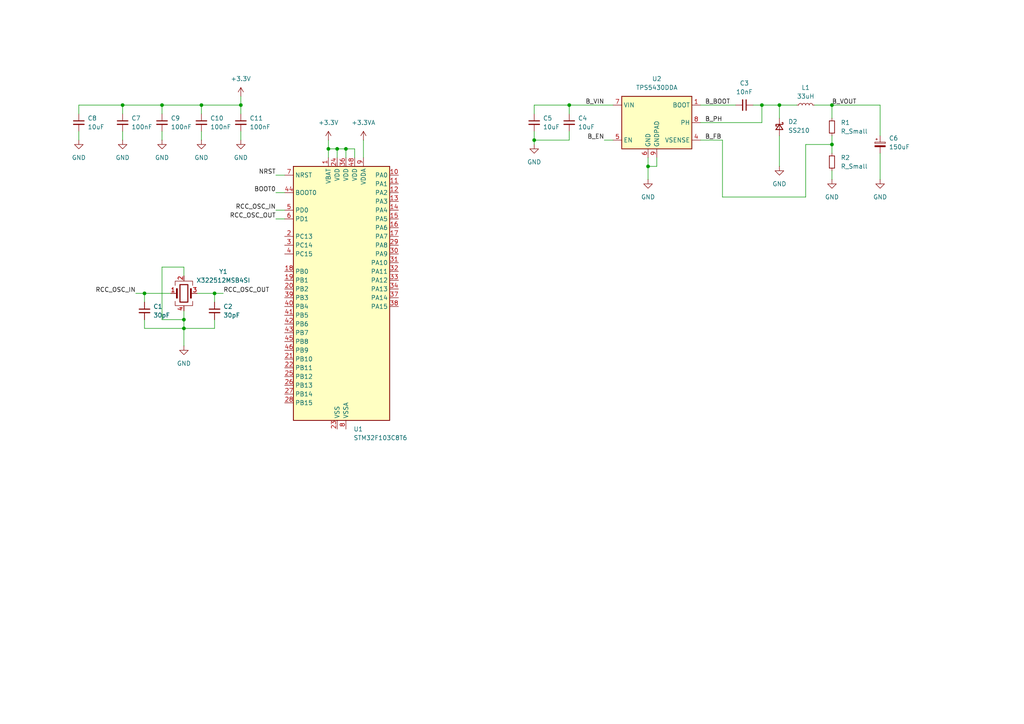
<source format=kicad_sch>
(kicad_sch (version 20231120) (generator "eeschema") (generator_version "8.0")
  (paper "A4")
  (lib_symbols
    (symbol "Device:C_Polarized_Small" (pin_numbers hide) (pin_names (offset 0.254) hide)
      (property "Reference" "C" (at 0.254 1.778 0))
      (property "Value" "C_Polarized_Small" (at 0.254 -2.032 0))
      (symbol "C_Polarized_Small_0_1"
        (rectangle (start -1.524 -0.3048) (end 1.524 -0.6858) (fill (type outline)))
        (rectangle (start -1.524 0.6858) (end 1.524 0.3048))
        (polyline (pts (xy -1.27 1.524) (xy -0.762 1.524)))
        (polyline (pts (xy -1.016 1.27) (xy -1.016 1.778)))
      )
      (symbol "C_Polarized_Small_1_1"
        (pin passive line (at 0 2.54 270) (length 1.8542) (name "~") (number "1"))
        (pin passive line (at 0 -2.54 90) (length 1.8542) (name "~") (number "2"))
      )
    )
    (symbol "Device:C_Small" (pin_numbers hide) (pin_names (offset 0.254) hide)
      (property "Reference" "C" (at 0.254 1.778 0))
      (property "Value" "C_Small" (at 0.254 -2.032 0))
      (symbol "C_Small_0_1"
        (polyline (pts (xy -1.524 -0.508) (xy 1.524 -0.508)) (stroke (width 0.3302)))
        (polyline (pts (xy -1.524 0.508) (xy 1.524 0.508)) (stroke (width 0.3048)))
      )
      (symbol "C_Small_1_1"
        (pin passive line (at 0 2.54 270) (length 2.032) (name "~") (number "1"))
        (pin passive line (at 0 -2.54 90) (length 2.032) (name "~") (number "2"))
      )
    )
    (symbol "Device:Crystal_GND24" (pin_names (offset 1.016) hide)
      (property "Reference" "Y" (at 3.175 5.08 0))
      (property "Value" "Crystal_GND24" (at 3.175 3.175 0))
      (symbol "Crystal_GND24_0_1"
        (rectangle (start -1.143 2.54) (end 1.143 -2.54) (stroke (width 0.3048)))
        (polyline (pts (xy -2.54 0) (xy -2.032 0)))
        (polyline (pts (xy -2.032 -1.27) (xy -2.032 1.27)) (stroke (width 0.508)))
        (polyline (pts (xy 0 -3.81) (xy 0 -3.556)))
        (polyline (pts (xy 0 3.556) (xy 0 3.81)))
        (polyline (pts (xy 2.032 -1.27) (xy 2.032 1.27)) (stroke (width 0.508)))
        (polyline (pts (xy 2.032 0) (xy 2.54 0)))
        (polyline (pts (xy -2.54 -2.286) (xy -2.54 -3.556) (xy 2.54 -3.556) (xy 2.54 -2.286)))
        (polyline (pts (xy -2.54 2.286) (xy -2.54 3.556) (xy 2.54 3.556) (xy 2.54 2.286)))
      )
      (symbol "Crystal_GND24_1_1"
        (pin passive line (at -3.81 0 0) (length 1.27) (name "1") (number "1"))
        (pin passive line (at 0 5.08 270) (length 1.27) (name "2") (number "2"))
        (pin passive line (at 3.81 0 180) (length 1.27) (name "3") (number "3"))
        (pin passive line (at 0 -5.08 90) (length 1.27) (name "4") (number "4"))
      )
    )
    (symbol "Device:D_Schottky_Small" (pin_numbers hide) (pin_names (offset 0.254) hide)
      (property "Reference" "D" (at -1.27 2.032 0))
      (property "Value" "D_Schottky_Small" (at -7.112 -2.032 0))
      (symbol "D_Schottky_Small_0_1"
        (polyline (pts (xy -0.762 0) (xy 0.762 0)))
        (polyline (pts (xy 0.762 -1.016) (xy -0.762 0) (xy 0.762 1.016) (xy 0.762 -1.016)) (stroke (width 0.254)))
        (polyline (pts (xy -1.27 0.762) (xy -1.27 1.016) (xy -0.762 1.016) (xy -0.762 -1.016) (xy -0.254 -1.016) (xy -0.254 -0.762)) (stroke (width 0.254)))
      )
      (symbol "D_Schottky_Small_1_1"
        (pin passive line (at -2.54 0 0) (length 1.778) (name "K") (number "1"))
        (pin passive line (at 2.54 0 180) (length 1.778) (name "A") (number "2"))
      )
    )
    (symbol "Device:L_Small" (pin_numbers hide) (pin_names (offset 0.254) hide)
      (property "Reference" "L" (at 0.762 1.016 0))
      (property "Value" "L_Small" (at 0.762 -1.016 0))
      (symbol "L_Small_0_1"
        (arc (start 0 -2.032) (mid 0.5058 -1.524) (end 0 -1.016))
        (arc (start 0 -1.016) (mid 0.5058 -0.508) (end 0 0))
        (arc (start 0 0) (mid 0.5058 0.508) (end 0 1.016))
        (arc (start 0 1.016) (mid 0.5058 1.524) (end 0 2.032))
      )
      (symbol "L_Small_1_1"
        (pin passive line (at 0 2.54 270) (length 0.508) (name "~") (number "1"))
        (pin passive line (at 0 -2.54 90) (length 0.508) (name "~") (number "2"))
      )
    )
    (symbol "Device:R_Small" (pin_numbers hide) (pin_names (offset 0.254) hide)
      (property "Reference" "R" (at 0.762 0.508 0))
      (property "Value" "R_Small" (at 0.762 -1.016 0))
      (symbol "R_Small_0_1"
        (rectangle (start -0.762 1.778) (end 0.762 -1.778) (stroke (width 0.2032)))
      )
      (symbol "R_Small_1_1"
        (pin passive line (at 0 2.54 270) (length 0.762) (name "~") (number "1"))
        (pin passive line (at 0 -2.54 90) (length 0.762) (name "~") (number "2"))
      )
    )
    (symbol "MCU_ST_STM32F1:STM32F103C8Tx"
      (property "Reference" "U" (at -12.7 39.37 0))
      (property "Value" "STM32F103C8Tx" (at 10.16 39.37 0))
      (symbol "STM32F103C8Tx_0_1"
        (rectangle (start -12.7 -35.56) (end 15.24 38.1) (stroke (width 0.254)) (fill (type background)))
      )
      (symbol "STM32F103C8Tx_1_1"
        (pin power_in line (at -2.54 40.64 270) (length 2.54) (name "VBAT") (number "1"))
        (pin bidirectional line (at 17.78 35.56 180) (length 2.54) (name "PA0") (number "10"))
        (pin bidirectional line (at 17.78 33.02 180) (length 2.54) (name "PA1") (number "11"))
        (pin bidirectional line (at 17.78 30.48 180) (length 2.54) (name "PA2") (number "12"))
        (pin bidirectional line (at 17.78 27.94 180) (length 2.54) (name "PA3") (number "13"))
        (pin bidirectional line (at 17.78 25.4 180) (length 2.54) (name "PA4") (number "14"))
        (pin bidirectional line (at 17.78 22.86 180) (length 2.54) (name "PA5") (number "15"))
        (pin bidirectional line (at 17.78 20.32 180) (length 2.54) (name "PA6") (number "16"))
        (pin bidirectional line (at 17.78 17.78 180) (length 2.54) (name "PA7") (number "17"))
        (pin bidirectional line (at -15.24 7.62 0) (length 2.54) (name "PB0") (number "18"))
        (pin bidirectional line (at -15.24 5.08 0) (length 2.54) (name "PB1") (number "19"))
        (pin bidirectional line (at -15.24 17.78 0) (length 2.54) (name "PC13") (number "2"))
        (pin bidirectional line (at -15.24 2.54 0) (length 2.54) (name "PB2") (number "20"))
        (pin bidirectional line (at -15.24 -17.78 0) (length 2.54) (name "PB10") (number "21"))
        (pin bidirectional line (at -15.24 -20.32 0) (length 2.54) (name "PB11") (number "22"))
        (pin power_in line (at 0 -38.1 90) (length 2.54) (name "VSS") (number "23"))
        (pin power_in line (at 0 40.64 270) (length 2.54) (name "VDD") (number "24"))
        (pin bidirectional line (at -15.24 -22.86 0) (length 2.54) (name "PB12") (number "25"))
        (pin bidirectional line (at -15.24 -25.4 0) (length 2.54) (name "PB13") (number "26"))
        (pin bidirectional line (at -15.24 -27.94 0) (length 2.54) (name "PB14") (number "27"))
        (pin bidirectional line (at -15.24 -30.48 0) (length 2.54) (name "PB15") (number "28"))
        (pin bidirectional line (at 17.78 15.24 180) (length 2.54) (name "PA8") (number "29"))
        (pin bidirectional line (at -15.24 15.24 0) (length 2.54) (name "PC14") (number "3"))
        (pin bidirectional line (at 17.78 12.7 180) (length 2.54) (name "PA9") (number "30"))
        (pin bidirectional line (at 17.78 10.16 180) (length 2.54) (name "PA10") (number "31"))
        (pin bidirectional line (at 17.78 7.62 180) (length 2.54) (name "PA11") (number "32"))
        (pin bidirectional line (at 17.78 5.08 180) (length 2.54) (name "PA12") (number "33"))
        (pin bidirectional line (at 17.78 2.54 180) (length 2.54) (name "PA13") (number "34"))
        (pin passive line (at 0 -38.1 90) (length 2.54) hide (name "VSS") (number "35"))
        (pin power_in line (at 2.54 40.64 270) (length 2.54) (name "VDD") (number "36"))
        (pin bidirectional line (at 17.78 0 180) (length 2.54) (name "PA14") (number "37"))
        (pin bidirectional line (at 17.78 -2.54 180) (length 2.54) (name "PA15") (number "38"))
        (pin bidirectional line (at -15.24 0 0) (length 2.54) (name "PB3") (number "39"))
        (pin bidirectional line (at -15.24 12.7 0) (length 2.54) (name "PC15") (number "4"))
        (pin bidirectional line (at -15.24 -2.54 0) (length 2.54) (name "PB4") (number "40"))
        (pin bidirectional line (at -15.24 -5.08 0) (length 2.54) (name "PB5") (number "41"))
        (pin bidirectional line (at -15.24 -7.62 0) (length 2.54) (name "PB6") (number "42"))
        (pin bidirectional line (at -15.24 -10.16 0) (length 2.54) (name "PB7") (number "43"))
        (pin input line (at -15.24 30.48 0) (length 2.54) (name "BOOT0") (number "44"))
        (pin bidirectional line (at -15.24 -12.7 0) (length 2.54) (name "PB8") (number "45"))
        (pin bidirectional line (at -15.24 -15.24 0) (length 2.54) (name "PB9") (number "46"))
        (pin passive line (at 0 -38.1 90) (length 2.54) hide (name "VSS") (number "47"))
        (pin power_in line (at 5.08 40.64 270) (length 2.54) (name "VDD") (number "48"))
        (pin bidirectional line (at -15.24 25.4 0) (length 2.54) (name "PD0") (number "5"))
        (pin bidirectional line (at -15.24 22.86 0) (length 2.54) (name "PD1") (number "6"))
        (pin input line (at -15.24 35.56 0) (length 2.54) (name "NRST") (number "7"))
        (pin power_in line (at 2.54 -38.1 90) (length 2.54) (name "VSSA") (number "8"))
        (pin power_in line (at 7.62 40.64 270) (length 2.54) (name "VDDA") (number "9"))
      )
    )
    (symbol "Regulator_Switching:TPS5430DDA"
      (property "Reference" "U" (at -10.16 8.89 0))
      (property "Value" "TPS5430DDA" (at -1.27 8.89 0))
      (symbol "TPS5430DDA_0_1"
        (rectangle (start -10.16 7.62) (end 10.16 -7.62) (stroke (width 0.254)) (fill (type background)))
      )
      (symbol "TPS5430DDA_1_1"
        (pin input line (at 12.7 5.08 180) (length 2.54) (name "BOOT") (number "1"))
        (pin no_connect line (at -10.16 2.54 0) (length 2.54) hide (name "NC") (number "2"))
        (pin no_connect line (at -10.16 -2.54 0) (length 2.54) hide (name "NC") (number "3"))
        (pin input line (at 12.7 -5.08 180) (length 2.54) (name "VSENSE") (number "4"))
        (pin input line (at -12.7 -5.08 0) (length 2.54) (name "EN") (number "5"))
        (pin power_in line (at -2.54 -10.16 90) (length 2.54) (name "GND") (number "6"))
        (pin power_in line (at -12.7 5.08 0) (length 2.54) (name "VIN") (number "7"))
        (pin output line (at 12.7 0 180) (length 2.54) (name "PH") (number "8"))
        (pin power_in line (at 0 -10.16 90) (length 2.54) (name "GNDPAD") (number "9"))
      )
    )
    (symbol "power:+3.3V" (power) (pin_numbers hide) (pin_names (offset 0) hide)
      (property "Value" "+3.3V" (at 0 3.556 0))
      (symbol "+3.3V_0_1"
        (polyline (pts (xy -0.762 1.27) (xy 0 2.54)))
        (polyline (pts (xy 0 0) (xy 0 2.54)))
        (polyline (pts (xy 0 2.54) (xy 0.762 1.27)))
      )
      (symbol "+3.3V_1_1"
        (pin power_in line (at 0 0 90) (length 0) (name "~") (number "1"))
      )
    )
    (symbol "power:+3.3VA" (power) (pin_numbers hide) (pin_names (offset 0) hide)
      (property "Value" "+3.3VA" (at 0 3.556 0))
      (symbol "+3.3VA_0_1"
        (polyline (pts (xy -0.762 1.27) (xy 0 2.54)))
        (polyline (pts (xy 0 0) (xy 0 2.54)))
        (polyline (pts (xy 0 2.54) (xy 0.762 1.27)))
      )
      (symbol "+3.3VA_1_1"
        (pin power_in line (at 0 0 90) (length 0) (name "~") (number "1"))
      )
    )
    (symbol "power:GND" (power) (pin_numbers hide) (pin_names (offset 0) hide)
      (property "Value" "GND" (at 0 -3.81 0))
      (symbol "GND_0_1"
        (polyline (pts (xy 0 0) (xy 0 -1.27) (xy 1.27 -1.27) (xy 0 -2.54) (xy -1.27 -1.27) (xy 0 -1.27)))
      )
      (symbol "GND_1_1"
        (pin power_in line (at 0 0 270) (length 0) (name "~") (number "1"))
      )
    )
  )
  (junction (at 241.3 30.48))
  (junction (at 97.79 43.18))
  (junction (at 187.96 48.26))
  (junction (at 62.23 85.09))
  (junction (at 226.06 30.48))
  (junction (at 46.99 30.48))
  (junction (at 53.34 92.71))
  (junction (at 220.98 30.48))
  (junction (at 58.42 30.48))
  (junction (at 41.91 85.09))
  (junction (at 165.1 30.48))
  (junction (at 69.85 30.48))
  (junction (at 95.25 43.18))
  (junction (at 100.33 43.18))
  (junction (at 35.56 30.48))
  (junction (at 154.94 40.64))
  (junction (at 241.3 41.91))
  (junction (at 53.34 95.25))
  (wire (pts (xy 241.3 39.37) (xy 241.3 41.91)))
  (wire (pts (xy 203.2 35.56) (xy 220.98 35.56)))
  (wire (pts (xy 105.41 40.64) (xy 105.41 45.72)))
  (wire (pts (xy 233.68 41.91) (xy 233.68 57.15)))
  (wire (pts (xy 233.68 57.15) (xy 209.55 57.15)))
  (wire (pts (xy 187.96 45.72) (xy 187.96 48.26)))
  (wire (pts (xy 165.1 30.48) (xy 177.8 30.48)))
  (wire (pts (xy 241.3 30.48) (xy 241.3 34.29)))
  (wire (pts (xy 95.25 40.64) (xy 95.25 43.18)))
  (wire (pts (xy 80.01 60.96) (xy 82.55 60.96)))
  (wire (pts (xy 53.34 77.47) (xy 53.34 80.01)))
  (wire (pts (xy 41.91 87.63) (xy 41.91 85.09)))
  (wire (pts (xy 53.34 92.71) (xy 46.99 92.71)))
  (wire (pts (xy 209.55 40.64) (xy 203.2 40.64)))
  (wire (pts (xy 190.5 45.72) (xy 190.5 48.26)))
  (wire (pts (xy 58.42 30.48) (xy 58.42 33.02)))
  (wire (pts (xy 100.33 43.18) (xy 100.33 45.72)))
  (wire (pts (xy 62.23 92.71) (xy 62.23 95.25)))
  (wire (pts (xy 209.55 57.15) (xy 209.55 40.64)))
  (wire (pts (xy 53.34 95.25) (xy 41.91 95.25)))
  (wire (pts (xy 53.34 92.71) (xy 53.34 95.25)))
  (wire (pts (xy 80.01 63.5) (xy 82.55 63.5)))
  (wire (pts (xy 218.44 30.48) (xy 220.98 30.48)))
  (wire (pts (xy 255.27 30.48) (xy 241.3 30.48)))
  (wire (pts (xy 100.33 43.18) (xy 102.87 43.18)))
  (wire (pts (xy 69.85 38.1) (xy 69.85 40.64)))
  (wire (pts (xy 226.06 39.37) (xy 226.06 48.26)))
  (wire (pts (xy 53.34 90.17) (xy 53.34 92.71)))
  (wire (pts (xy 46.99 77.47) (xy 46.99 92.71)))
  (wire (pts (xy 69.85 27.94) (xy 69.85 30.48)))
  (wire (pts (xy 220.98 30.48) (xy 226.06 30.48)))
  (wire (pts (xy 255.27 39.37) (xy 255.27 30.48)))
  (wire (pts (xy 62.23 95.25) (xy 53.34 95.25)))
  (wire (pts (xy 35.56 30.48) (xy 35.56 33.02)))
  (wire (pts (xy 46.99 30.48) (xy 35.56 30.48)))
  (wire (pts (xy 64.77 85.09) (xy 62.23 85.09)))
  (wire (pts (xy 241.3 41.91) (xy 241.3 44.45)))
  (wire (pts (xy 154.94 40.64) (xy 154.94 41.91)))
  (wire (pts (xy 95.25 43.18) (xy 97.79 43.18)))
  (wire (pts (xy 97.79 43.18) (xy 100.33 43.18)))
  (wire (pts (xy 80.01 55.88) (xy 82.55 55.88)))
  (wire (pts (xy 255.27 44.45) (xy 255.27 52.07)))
  (wire (pts (xy 97.79 43.18) (xy 97.79 45.72)))
  (wire (pts (xy 69.85 30.48) (xy 69.85 33.02)))
  (wire (pts (xy 102.87 43.18) (xy 102.87 45.72)))
  (wire (pts (xy 57.15 85.09) (xy 62.23 85.09)))
  (wire (pts (xy 175.26 40.64) (xy 177.8 40.64)))
  (wire (pts (xy 39.37 85.09) (xy 41.91 85.09)))
  (wire (pts (xy 241.3 49.53) (xy 241.3 52.07)))
  (wire (pts (xy 154.94 40.64) (xy 165.1 40.64)))
  (wire (pts (xy 35.56 30.48) (xy 22.86 30.48)))
  (wire (pts (xy 241.3 41.91) (xy 233.68 41.91)))
  (wire (pts (xy 46.99 30.48) (xy 46.99 33.02)))
  (wire (pts (xy 22.86 38.1) (xy 22.86 40.64)))
  (wire (pts (xy 226.06 30.48) (xy 226.06 34.29)))
  (wire (pts (xy 187.96 48.26) (xy 187.96 52.07)))
  (wire (pts (xy 154.94 38.1) (xy 154.94 40.64)))
  (wire (pts (xy 41.91 95.25) (xy 41.91 92.71)))
  (wire (pts (xy 46.99 38.1) (xy 46.99 40.64)))
  (wire (pts (xy 165.1 40.64) (xy 165.1 38.1)))
  (wire (pts (xy 22.86 30.48) (xy 22.86 33.02)))
  (wire (pts (xy 236.22 30.48) (xy 241.3 30.48)))
  (wire (pts (xy 154.94 30.48) (xy 165.1 30.48)))
  (wire (pts (xy 62.23 85.09) (xy 62.23 87.63)))
  (wire (pts (xy 53.34 95.25) (xy 53.34 100.33)))
  (wire (pts (xy 58.42 38.1) (xy 58.42 40.64)))
  (wire (pts (xy 226.06 30.48) (xy 231.14 30.48)))
  (wire (pts (xy 95.25 43.18) (xy 95.25 45.72)))
  (wire (pts (xy 154.94 33.02) (xy 154.94 30.48)))
  (wire (pts (xy 46.99 77.47) (xy 53.34 77.47)))
  (wire (pts (xy 165.1 30.48) (xy 165.1 33.02)))
  (wire (pts (xy 69.85 30.48) (xy 58.42 30.48)))
  (wire (pts (xy 80.01 50.8) (xy 82.55 50.8)))
  (wire (pts (xy 220.98 30.48) (xy 220.98 35.56)))
  (wire (pts (xy 41.91 85.09) (xy 49.53 85.09)))
  (wire (pts (xy 190.5 48.26) (xy 187.96 48.26)))
  (wire (pts (xy 203.2 30.48) (xy 213.36 30.48)))
  (wire (pts (xy 58.42 30.48) (xy 46.99 30.48)))
  (wire (pts (xy 35.56 38.1) (xy 35.56 40.64)))
  (label "B_EN" (at 175.26 40.64 180))
  (label "RCC_OSC_IN" (at 39.37 85.09 180))
  (label "B_PH" (at 204.47 35.56 0))
  (label "B_BOOT" (at 204.47 30.48 0))
  (label "BOOT0" (at 80.01 55.88 180))
  (label "B_VIN" (at 175.26 30.48 180))
  (label "RCC_OSC_IN" (at 80.01 60.96 180))
  (label "B_FB" (at 204.47 40.64 0))
  (label "RCC_OSC_OUT" (at 80.01 63.5 180))
  (label "RCC_OSC_OUT" (at 64.77 85.09 0))
  (label "NRST" (at 80.01 50.8 180))
  (label "B_VOUT" (at 241.3 30.48 0))
  (symbol (lib_id "power:GND") (at 58.42 40.64 0) (unit 1)
    (property "Reference" "#PWR011" (effects (hide yes)))
    (property "Value" "GND" (at 58.42 45.72 0))
    (property "Description" "Power symbol creates a global label with name \"GND\" , ground" (effects (hide yes)))
  )
  (symbol (lib_id "Device:C_Small") (at 69.85 35.56 0) (unit 1)
    (property "Reference" "C11" (at 72.39 34.2962 0) (effects (justify left)))
    (property "Value" "100nF" (at 72.39 36.8362 0) (effects (justify left)))
    (property "Footprint" "Capacitor_SMD:C_0402_1005Metric" (effects (hide yes)))
    (property "Datasheet" "https://jlcpcb.com/api/file/downloadByFileSystemAccessId/8579707269996871680" (effects (hide yes)))
    (property "Description" "16V 100nF X7R ±10% 0402" (effects (hide yes)))
    (property "LCSC" "C1525" (effects (hide yes)))
  )
  (symbol (lib_id "Device:C_Small") (at 215.9 30.48 270) (unit 1)
    (property "Reference" "C3" (at 215.8936 24.13 90))
    (property "Value" "10nF" (at 215.8936 26.67 90))
    (property "Description" "Unpolarized capacitor, small symbol" (effects (hide yes)))
  )
  (symbol (lib_id "Device:L_Small") (at 233.68 30.48 90) (unit 1)
    (property "Reference" "L1" (at 233.68 25.4 90))
    (property "Value" "33uH" (at 233.68 27.94 90))
    (property "Footprint" "Inductor_SMD:L_12x12mm_H8mm" (effects (hide yes)))
    (property "Description" "Inductor, small symbol" (effects (hide yes)))
    (property "LCSC" "C2929502" (effects (hide yes)))
  )
  (symbol (lib_id "Device:C_Small") (at 22.86 35.56 0) (unit 1)
    (property "Reference" "C8" (at 25.4 34.2962 0) (effects (justify left)))
    (property "Value" "10uF" (at 25.4 36.8362 0) (effects (justify left)))
    (property "Footprint" "Capacitor_SMD:C_0603_1608Metric" (effects (hide yes)))
    (property "Datasheet" "https://jlcpcb.com/api/file/downloadByFileSystemAccessId/8579707107920437248" (effects (hide yes)))
    (property "Description" "10V 10uF X5R ±10% 0603" (effects (hide yes)))
    (property "LCSC" "C19702" (effects (hide yes)))
  )
  (symbol (lib_id "power:GND") (at 226.06 48.26 0) (unit 1)
    (property "Reference" "#PWR04" (effects (hide yes)))
    (property "Value" "GND" (at 226.06 53.34 0))
    (property "Description" "Power symbol creates a global label with name \"GND\" , ground" (effects (hide yes)))
  )
  (symbol (lib_id "power:GND") (at 46.99 40.64 0) (unit 1)
    (property "Reference" "#PWR012" (effects (hide yes)))
    (property "Value" "GND" (at 46.99 45.72 0))
    (property "Description" "Power symbol creates a global label with name \"GND\" , ground" (effects (hide yes)))
  )
  (symbol (lib_id "power:GND") (at 154.94 41.91 0) (unit 1)
    (property "Reference" "#PWR06" (effects (hide yes)))
    (property "Value" "GND" (at 154.94 46.99 0))
    (property "Description" "Power symbol creates a global label with name \"GND\" , ground" (effects (hide yes)))
  )
  (symbol (lib_id "Device:C_Small") (at 154.94 35.56 0) (unit 1)
    (property "Reference" "C5" (at 157.48 34.2962 0) (effects (justify left)))
    (property "Value" "10uF" (at 157.48 36.8362 0) (effects (justify left)))
    (property "Description" "Unpolarized capacitor, small symbol" (effects (hide yes)))
  )
  (symbol (lib_id "Device:C_Small") (at 62.23 90.17 0) (unit 1)
    (property "Reference" "C2" (at 64.77 88.9062 0) (effects (justify left)))
    (property "Value" "30pF" (at 64.77 91.4462 0) (effects (justify left)))
    (property "Footprint" "Capacitor_SMD:C_0603_1608Metric" (effects (hide yes)))
    (property "Datasheet" "https://jlcpcb.com/api/file/downloadByFileSystemAccessId/8588905516122705920" (effects (hide yes)))
    (property "Description" "0603CG300J500NT" (effects (hide yes)))
    (property "LCSC" "C1658" (effects (hide yes)))
  )
  (symbol (lib_id "power:GND") (at 241.3 52.07 0) (unit 1)
    (property "Reference" "#PWR03" (effects (hide yes)))
    (property "Value" "GND" (at 241.3 57.15 0))
    (property "Description" "Power symbol creates a global label with name \"GND\" , ground" (effects (hide yes)))
  )
  (symbol (lib_id "power:+3.3V") (at 69.85 27.94 0) (unit 1)
    (property "Reference" "#PWR09" (effects (hide yes)))
    (property "Value" "+3.3V" (at 69.85 22.86 0))
    (property "Description" "Power symbol creates a global label with name \"+3.3V\"" (effects (hide yes)))
  )
  (symbol (lib_id "MCU_ST_STM32F1:STM32F103C8Tx") (at 97.79 86.36 0) (unit 1)
    (property "Reference" "U1" (at 102.5241 124.46 0) (effects (justify left)))
    (property "Value" "STM32F103C8T6" (at 102.5241 127 0) (effects (justify left)))
    (property "Footprint" "Package_QFP:LQFP-48_7x7mm_P0.5mm" (effects (hide yes)))
    (property "Datasheet" "https://www.st.com/resource/en/datasheet/stm32f103c8.pdf" (effects (hide yes)))
    (property "Description" "STMicroelectronics Arm Cortex-M3 MCU, 64KB flash, 20KB RAM, 72 MHz, 2.0-3.6V, 37 GPIO, LQFP48" (effects (hide yes)))
    (property "LCSC" "C8734" (effects (hide yes)))
  )
  (symbol (lib_id "power:+3.3VA") (at 105.41 40.64 0) (unit 1)
    (property "Reference" "#PWR08" (effects (hide yes)))
    (property "Value" "+3.3VA" (at 105.41 35.56 0))
    (property "Description" "Power symbol creates a global label with name \"+3.3VA\"" (effects (hide yes)))
  )
  (symbol (lib_id "Regulator_Switching:TPS5430DDA") (at 190.5 35.56 0) (unit 1)
    (property "Reference" "U2" (at 190.5 22.86 0))
    (property "Value" "TPS5430DDA" (at 190.5 25.4 0))
    (property "Footprint" "Package_SO:TI_SO-PowerPAD-8_ThermalVias" (effects (hide yes)))
    (property "Datasheet" "http://www.ti.com/lit/ds/symlink/tps5430.pdf" (effects (hide yes)))
    (property "Description" "3A, Step Down Swift Converter, Adjustable Output Voltage, 5.5-36V Input Voltage, PowerSO-8" (effects (hide yes)))
    (property "LCSC" "C9864" (effects (hide yes)))
  )
  (symbol (lib_id "power:GND") (at 187.96 52.07 0) (unit 1)
    (property "Reference" "#PWR02" (effects (hide yes)))
    (property "Value" "GND" (at 187.96 57.15 0))
    (property "Description" "Power symbol creates a global label with name \"GND\" , ground" (effects (hide yes)))
  )
  (symbol (lib_id "power:+3.3V") (at 95.25 40.64 0) (unit 1)
    (property "Reference" "#PWR07" (effects (hide yes)))
    (property "Value" "+3.3V" (at 95.25 35.56 0))
    (property "Description" "Power symbol creates a global label with name \"+3.3V\"" (effects (hide yes)))
  )
  (symbol (lib_id "Device:Crystal_GND24") (at 53.34 85.09 0) (unit 1)
    (property "Reference" "Y1" (at 64.77 78.7714 0))
    (property "Value" "X322512MSB4SI" (at 64.77 81.3114 0))
    (property "Footprint" "Crystal:Crystal_SMD_3225-4Pin_3.2x2.5mm" (effects (hide yes)))
    (property "Datasheet" "https://jlcpcb.com/api/file/downloadByFileSystemAccessId/8588879072109322240" (effects (hide yes)))
    (property "Description" "12 MHz crystal oscillator" (effects (hide yes)))
    (property "LCSC" " C9002" (effects (hide yes)))
  )
  (symbol (lib_id "Device:C_Small") (at 46.99 35.56 0) (unit 1)
    (property "Reference" "C9" (at 49.53 34.2962 0) (effects (justify left)))
    (property "Value" "100nF" (at 49.53 36.8362 0) (effects (justify left)))
    (property "Footprint" "Capacitor_SMD:C_0402_1005Metric" (effects (hide yes)))
    (property "Datasheet" "https://jlcpcb.com/api/file/downloadByFileSystemAccessId/8579707269996871680" (effects (hide yes)))
    (property "Description" "16V 100nF X7R ±10% 0402" (effects (hide yes)))
    (property "LCSC" "C1525" (effects (hide yes)))
  )
  (symbol (lib_id "Device:C_Small") (at 58.42 35.56 0) (unit 1)
    (property "Reference" "C10" (at 60.96 34.2962 0) (effects (justify left)))
    (property "Value" "100nF" (at 60.96 36.8362 0) (effects (justify left)))
    (property "Footprint" "Capacitor_SMD:C_0402_1005Metric" (effects (hide yes)))
    (property "Datasheet" "https://jlcpcb.com/api/file/downloadByFileSystemAccessId/8579707269996871680" (effects (hide yes)))
    (property "Description" "16V 100nF X7R ±10% 0402" (effects (hide yes)))
    (property "LCSC" "C1525" (effects (hide yes)))
  )
  (symbol (lib_id "power:GND") (at 22.86 40.64 0) (unit 1)
    (property "Reference" "#PWR014" (effects (hide yes)))
    (property "Value" "GND" (at 22.86 45.72 0))
    (property "Description" "Power symbol creates a global label with name \"GND\" , ground" (effects (hide yes)))
  )
  (symbol (lib_id "power:GND") (at 255.27 52.07 0) (unit 1)
    (property "Reference" "#PWR05" (effects (hide yes)))
    (property "Value" "GND" (at 255.27 57.15 0))
    (property "Description" "Power symbol creates a global label with name \"GND\" , ground" (effects (hide yes)))
  )
  (symbol (lib_id "Device:C_Polarized_Small") (at 255.27 41.91 0) (unit 1)
    (property "Reference" "C6" (at 257.81 40.0938 0) (effects (justify left)))
    (property "Value" "150uF" (at 257.81 42.6338 0) (effects (justify left)))
    (property "Description" "Polarized capacitor, small symbol" (effects (hide yes)))
  )
  (symbol (lib_id "Device:C_Small") (at 41.91 90.17 0) (unit 1)
    (property "Reference" "C1" (at 44.45 88.9062 0) (effects (justify left)))
    (property "Value" "30pF" (at 44.45 91.4462 0) (effects (justify left)))
    (property "Footprint" "Capacitor_SMD:C_0603_1608Metric" (effects (hide yes)))
    (property "Datasheet" "https://jlcpcb.com/api/file/downloadByFileSystemAccessId/8588905516122705920" (effects (hide yes)))
    (property "Description" "0603CG300J500NT" (effects (hide yes)))
    (property "LCSC" "C1658" (effects (hide yes)))
  )
  (symbol (lib_id "power:GND") (at 53.34 100.33 0) (unit 1)
    (property "Reference" "#PWR01" (effects (hide yes)))
    (property "Value" "GND" (at 53.34 105.41 0))
    (property "Description" "Power symbol creates a global label with name \"GND\" , ground" (effects (hide yes)))
  )
  (symbol (lib_id "power:GND") (at 35.56 40.64 0) (unit 1)
    (property "Reference" "#PWR013" (effects (hide yes)))
    (property "Value" "GND" (at 35.56 45.72 0))
    (property "Description" "Power symbol creates a global label with name \"GND\" , ground" (effects (hide yes)))
  )
  (symbol (lib_id "Device:C_Small") (at 35.56 35.56 0) (unit 1)
    (property "Reference" "C7" (at 38.1 34.2962 0) (effects (justify left)))
    (property "Value" "100nF" (at 38.1 36.8362 0) (effects (justify left)))
    (property "Footprint" "Capacitor_SMD:C_0402_1005Metric" (effects (hide yes)))
    (property "Datasheet" "https://jlcpcb.com/api/file/downloadByFileSystemAccessId/8579707269996871680" (effects (hide yes)))
    (property "Description" "16V 100nF X7R ±10% 0402" (effects (hide yes)))
    (property "LCSC" "C1525" (effects (hide yes)))
  )
  (symbol (lib_id "power:GND") (at 69.85 40.64 0) (unit 1)
    (property "Reference" "#PWR010" (effects (hide yes)))
    (property "Value" "GND" (at 69.85 45.72 0))
    (property "Description" "Power symbol creates a global label with name \"GND\" , ground" (effects (hide yes)))
  )
  (symbol (lib_id "Device:R_Small") (at 241.3 46.99 0) (unit 1)
    (property "Reference" "R2" (at 243.84 45.7199 0) (effects (justify left)))
    (property "Value" "R_Small" (at 243.84 48.2599 0) (effects (justify left)))
    (property "Description" "Resistor, small symbol" (effects (hide yes)))
  )
  (symbol (lib_id "Device:C_Small") (at 165.1 35.56 0) (unit 1)
    (property "Reference" "C4" (at 167.64 34.2962 0) (effects (justify left)))
    (property "Value" "10uF" (at 167.64 36.8362 0) (effects (justify left)))
    (property "Description" "Unpolarized capacitor, small symbol" (effects (hide yes)))
  )
  (symbol (lib_id "Device:R_Small") (at 241.3 36.83 0) (unit 1)
    (property "Reference" "R1" (at 243.84 35.5599 0) (effects (justify left)))
    (property "Value" "R_Small" (at 243.84 38.0999 0) (effects (justify left)))
    (property "Description" "Resistor, small symbol" (effects (hide yes)))
  )
  (symbol (lib_id "Device:D_Schottky_Small") (at 226.06 36.83 270) (unit 1)
    (property "Reference" "D2" (at 228.6 35.3059 90) (effects (justify left)))
    (property "Value" "SS210" (at 228.6 37.8459 90) (effects (justify left)))
    (property "Footprint" "PCM_Diode_SMD_AKL:D_SMB" (effects (hide yes)))
    (property "Datasheet" "https://www.tme.eu/Document/bdc46a1e3695961d8b3ed7cb93097119/S210.pdf" (effects (hide yes)))
    (property "Description" "SMB Schottky diode, 100V, 2A, Alternate KiCAD Library" (effects (hide yes)))
    (property "LCSC" "C14996" (effects (hide yes)))
  )
)
</source>
